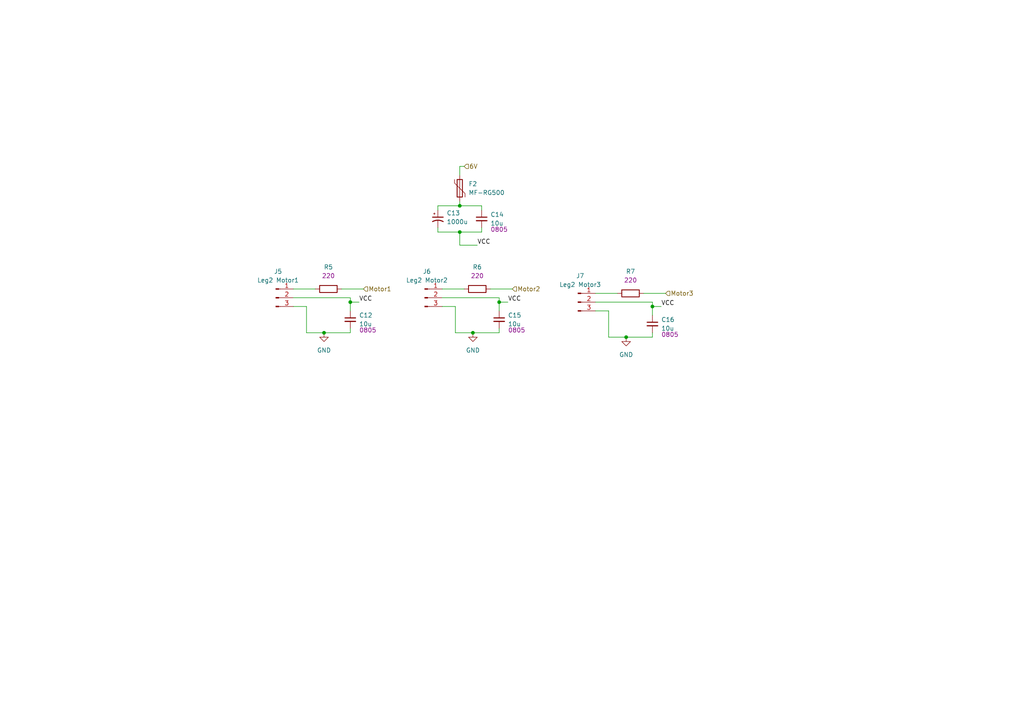
<source format=kicad_sch>
(kicad_sch (version 20250114) (generator "eeschema") (generator_version "9.0")
  (paper "A4")
  (lib_symbols
    (symbol "Connector:Conn_01x03_Pin" (pin_names (offset 1.016) (hide yes))
      (property "Reference" "J" (at 0 5.08 0))
      (property "Value" "Conn_01x03_Pin" (at 0 -5.08 0))
      (symbol "Conn_01x03_Pin_1_1"
        (rectangle (start 0.8636 2.667) (end 0 2.413) (stroke (width 0.1524)) (fill (type outline)))
        (rectangle (start 0.8636 0.127) (end 0 -0.127) (stroke (width 0.1524)) (fill (type outline)))
        (rectangle (start 0.8636 -2.413) (end 0 -2.667) (stroke (width 0.1524)) (fill (type outline)))
        (polyline (pts (xy 1.27 2.54) (xy 0.8636 2.54)) (stroke (width 0.1524)))
        (polyline (pts (xy 1.27 0) (xy 0.8636 0)) (stroke (width 0.1524)))
        (polyline (pts (xy 1.27 -2.54) (xy 0.8636 -2.54)) (stroke (width 0.1524)))
        (pin passive line (at 5.08 2.54 180) (length 3.81) (name "Pin_1") (number "1"))
        (pin passive line (at 5.08 0 180) (length 3.81) (name "Pin_2") (number "2"))
        (pin passive line (at 5.08 -2.54 180) (length 3.81) (name "Pin_3") (number "3"))
      )
    )
    (symbol "Device:C_Polarized_Small_US" (pin_numbers (hide yes)) (pin_names (offset 0.254) (hide yes))
      (property "Reference" "C" (at 0.254 1.778 0))
      (property "Value" "C_Polarized_Small_US" (at 0.254 -2.032 0))
      (symbol "C_Polarized_Small_US_0_1"
        (polyline (pts (xy -1.524 0.508) (xy 1.524 0.508)) (stroke (width 0.3048)))
        (polyline (pts (xy -1.27 1.524) (xy -0.762 1.524)))
        (polyline (pts (xy -1.016 1.27) (xy -1.016 1.778)))
        (arc (start -1.524 -0.762) (mid 0 -0.3734) (end 1.524 -0.762) (stroke (width 0.3048)))
      )
      (symbol "C_Polarized_Small_US_1_1"
        (pin passive line (at 0 2.54 270) (length 2.032) (name "~") (number "1"))
        (pin passive line (at 0 -2.54 90) (length 2.032) (name "~") (number "2"))
      )
    )
    (symbol "Device:C_Small" (pin_numbers (hide yes)) (pin_names (offset 0.254) (hide yes))
      (property "Reference" "C" (at 0.254 1.778 0))
      (property "Value" "C_Small" (at 0.254 -2.032 0))
      (symbol "C_Small_0_1"
        (polyline (pts (xy -1.524 0.508) (xy 1.524 0.508)) (stroke (width 0.3048)))
        (polyline (pts (xy -1.524 -0.508) (xy 1.524 -0.508)) (stroke (width 0.3302)))
      )
      (symbol "C_Small_1_1"
        (pin passive line (at 0 2.54 270) (length 2.032) (name "~") (number "1"))
        (pin passive line (at 0 -2.54 90) (length 2.032) (name "~") (number "2"))
      )
    )
    (symbol "Device:Polyfuse" (pin_numbers (hide yes)) (pin_names (offset 0))
      (property "Reference" "F" (at -2.54 0 90))
      (property "Value" "Polyfuse" (at 2.54 0 90))
      (symbol "Polyfuse_0_1"
        (polyline (pts (xy -1.524 2.54) (xy -1.524 1.524) (xy 1.524 -1.524) (xy 1.524 -2.54)))
        (rectangle (start -0.762 2.54) (end 0.762 -2.54) (stroke (width 0.254)))
        (polyline (pts (xy 0 2.54) (xy 0 -2.54)))
      )
      (symbol "Polyfuse_1_1"
        (pin passive line (at 0 3.81 270) (length 1.27) (name "~") (number "1"))
        (pin passive line (at 0 -3.81 90) (length 1.27) (name "~") (number "2"))
      )
    )
    (symbol "PCM_4ms_Resistor:150K_0603" (pin_numbers (hide yes)) (pin_names (offset 0))
      (property "Reference" "R" (at 2.032 0 90))
      (property "Display" "150K" (at 3.81 0 90))
      (symbol "150K_0603_0_1"
        (rectangle (start -1.016 -2.54) (end 1.016 2.54) (stroke (width 0.254)))
      )
      (symbol "150K_0603_1_1"
        (pin passive line (at 0 3.81 270) (length 1.27) (name "~") (number "1"))
        (pin passive line (at 0 -3.81 90) (length 1.27) (name "~") (number "2"))
      )
    )
    (symbol "power:GND" (power) (pin_numbers (hide yes)) (pin_names (offset 0) (hide yes))
      (property "Value" "GND" (at 0 -3.81 0))
      (symbol "GND_0_1"
        (polyline (pts (xy 0 0) (xy 0 -1.27) (xy 1.27 -1.27) (xy 0 -2.54) (xy -1.27 -1.27) (xy 0 -1.27)))
      )
      (symbol "GND_1_1"
        (pin power_in line (at 0 0 270) (length 0) (name "~") (number "1"))
      )
    )
  )
  (junction (at 144.78 87.63))
  (junction (at 189.23 88.9))
  (junction (at 93.98 96.52))
  (junction (at 133.35 67.31))
  (junction (at 137.16 96.52))
  (junction (at 133.35 59.69))
  (junction (at 101.6 87.63))
  (junction (at 181.61 97.79))
  (wire (pts (xy 133.35 59.69) (xy 139.7 59.69)))
  (wire (pts (xy 101.6 87.63) (xy 101.6 90.17)))
  (wire (pts (xy 85.09 83.82) (xy 91.44 83.82)))
  (wire (pts (xy 181.61 97.79) (xy 189.23 97.79)))
  (wire (pts (xy 101.6 86.36) (xy 101.6 87.63)))
  (wire (pts (xy 176.53 90.17) (xy 172.72 90.17)))
  (wire (pts (xy 176.53 97.79) (xy 176.53 90.17)))
  (wire (pts (xy 101.6 86.36) (xy 85.09 86.36)))
  (wire (pts (xy 133.35 67.31) (xy 133.35 71.12)))
  (wire (pts (xy 189.23 96.52) (xy 189.23 97.79)))
  (wire (pts (xy 133.35 58.42) (xy 133.35 59.69)))
  (wire (pts (xy 133.35 48.26) (xy 133.35 50.8)))
  (wire (pts (xy 189.23 88.9) (xy 189.23 91.44)))
  (wire (pts (xy 127 66.04) (xy 127 67.31)))
  (wire (pts (xy 139.7 59.69) (xy 139.7 60.96)))
  (wire (pts (xy 88.9 88.9) (xy 85.09 88.9)))
  (wire (pts (xy 132.08 96.52) (xy 132.08 88.9)))
  (wire (pts (xy 176.53 97.79) (xy 181.61 97.79)))
  (wire (pts (xy 142.24 83.82) (xy 148.59 83.82)))
  (wire (pts (xy 172.72 85.09) (xy 179.07 85.09)))
  (wire (pts (xy 127 59.69) (xy 127 60.96)))
  (wire (pts (xy 127 67.31) (xy 133.35 67.31)))
  (wire (pts (xy 93.98 96.52) (xy 101.6 96.52)))
  (wire (pts (xy 99.06 83.82) (xy 105.41 83.82)))
  (wire (pts (xy 88.9 96.52) (xy 88.9 88.9)))
  (wire (pts (xy 101.6 87.63) (xy 104.14 87.63)))
  (wire (pts (xy 137.16 96.52) (xy 144.78 96.52)))
  (wire (pts (xy 101.6 95.25) (xy 101.6 96.52)))
  (wire (pts (xy 88.9 96.52) (xy 93.98 96.52)))
  (wire (pts (xy 134.62 48.26) (xy 133.35 48.26)))
  (wire (pts (xy 144.78 95.25) (xy 144.78 96.52)))
  (wire (pts (xy 186.69 85.09) (xy 193.04 85.09)))
  (wire (pts (xy 133.35 71.12) (xy 138.43 71.12)))
  (wire (pts (xy 128.27 83.82) (xy 134.62 83.82)))
  (wire (pts (xy 189.23 88.9) (xy 191.77 88.9)))
  (wire (pts (xy 132.08 88.9) (xy 128.27 88.9)))
  (wire (pts (xy 127 59.69) (xy 133.35 59.69)))
  (wire (pts (xy 132.08 96.52) (xy 137.16 96.52)))
  (wire (pts (xy 133.35 67.31) (xy 139.7 67.31)))
  (wire (pts (xy 144.78 87.63) (xy 144.78 90.17)))
  (wire (pts (xy 189.23 87.63) (xy 172.72 87.63)))
  (wire (pts (xy 144.78 86.36) (xy 144.78 87.63)))
  (wire (pts (xy 144.78 86.36) (xy 128.27 86.36)))
  (wire (pts (xy 189.23 87.63) (xy 189.23 88.9)))
  (wire (pts (xy 139.7 67.31) (xy 139.7 66.04)))
  (wire (pts (xy 144.78 87.63) (xy 147.32 87.63)))
  (label "VCC" (at 104.14 87.63 0))
  (label "VCC" (at 191.77 88.9 0))
  (label "VCC" (at 147.32 87.63 0))
  (label "VCC" (at 138.43 71.12 0))
  (hierarchical_label "Motor2" (shape input) (at 148.59 83.82 0))
  (hierarchical_label "Motor3" (shape input) (at 193.04 85.09 0))
  (hierarchical_label "6V" (shape input) (at 134.62 48.26 0))
  (hierarchical_label "Motor1" (shape input) (at 105.41 83.82 0))
  (symbol (lib_id "PCM_4ms_Resistor:150K_0603") (at 138.43 83.82 90) (unit 1)
    (property "Reference" "R6" (at 138.43 77.47 90))
    (property "Value" "150K_0603" (effects (hide yes)))
    (property "Footprint" "PCM_4ms_Resistor:R_0805_2012Metric" (effects (hide yes)))
    (property "Description" "150K, 1%, 1/10W, 0603" (effects (hide yes)))
    (property "Specifications" "150K, 1%, 1/10W, 0603" (effects (hide yes)))
    (property "Manufacturer" "Yageo" (effects (hide yes)))
    (property "Part Number" "RC0603FR-07150KL" (effects (hide yes)))
    (property "Display" "220" (at 138.43 80.01 90))
    (property "JLCPCB ID" "C22807" (effects (hide yes)))
  )
  (symbol (lib_id "Connector:Conn_01x03_Pin") (at 123.19 86.36 0) (unit 1)
    (property "Reference" "J6" (at 123.825 78.74 0))
    (property "Value" "Leg2 Motor2" (at 123.825 81.28 0))
    (property "Footprint" "Connector_PinHeader_2.54mm:PinHeader_1x03_P2.54mm_Vertical" (effects (hide yes)))
    (property "Description" "Generic connector, single row, 01x03, script generated" (effects (hide yes)))
  )
  (symbol (lib_id "Device:C_Polarized_Small_US") (at 127 63.5 0) (unit 1)
    (property "Reference" "C13" (at 129.54 61.7981 0) (effects (justify left)))
    (property "Value" "1000u" (at 129.54 64.3381 0) (effects (justify left)))
    (property "Footprint" "Capacitor_SMD:CP_Elec_10x10" (effects (hide yes)))
    (property "Description" "Polarized capacitor, small US symbol" (effects (hide yes)))
  )
  (symbol (lib_id "Connector:Conn_01x03_Pin") (at 167.64 87.63 0) (unit 1)
    (property "Reference" "J7" (at 168.275 80.01 0))
    (property "Value" "Leg2 Motor3" (at 168.275 82.55 0))
    (property "Footprint" "Connector_PinHeader_2.54mm:PinHeader_1x03_P2.54mm_Vertical" (effects (hide yes)))
    (property "Description" "Generic connector, single row, 01x03, script generated" (effects (hide yes)))
  )
  (symbol (lib_id "power:GND") (at 137.16 96.52 0) (unit 1)
    (property "Reference" "#PWR034" (effects (hide yes)))
    (property "Value" "GND" (at 137.16 101.6 0))
    (property "Description" "Power symbol creates a global label with name \"GND\" , ground" (effects (hide yes)))
  )
  (symbol (lib_id "Device:C_Small") (at 101.6 92.71 0) (unit 1)
    (property "Reference" "C12" (at 104.14 91.4462 0) (effects (justify left)))
    (property "Value" "10u" (at 104.14 93.9862 0) (effects (justify left)))
    (property "Footprint" "Capacitor_SMD:C_0805_2012Metric_Pad1.18x1.45mm_HandSolder" (effects (hide yes)))
    (property "Description" "0805" (at 106.68 95.758 0))
  )
  (symbol (lib_id "Device:C_Small") (at 139.7 63.5 0) (unit 1)
    (property "Reference" "C14" (at 142.24 62.2362 0) (effects (justify left)))
    (property "Value" "10u" (at 142.24 64.7762 0) (effects (justify left)))
    (property "Footprint" "Capacitor_SMD:C_0805_2012Metric_Pad1.18x1.45mm_HandSolder" (effects (hide yes)))
    (property "Description" "0805" (at 144.78 66.548 0))
  )
  (symbol (lib_id "power:GND") (at 181.61 97.79 0) (unit 1)
    (property "Reference" "#PWR035" (effects (hide yes)))
    (property "Value" "GND" (at 181.61 102.87 0))
    (property "Description" "Power symbol creates a global label with name \"GND\" , ground" (effects (hide yes)))
  )
  (symbol (lib_id "Connector:Conn_01x03_Pin") (at 80.01 86.36 0) (unit 1)
    (property "Reference" "J5" (at 80.645 78.74 0))
    (property "Value" "Leg2 Motor1" (at 80.645 81.28 0))
    (property "Footprint" "Connector_PinHeader_2.54mm:PinHeader_1x03_P2.54mm_Vertical" (effects (hide yes)))
    (property "Description" "Generic connector, single row, 01x03, script generated" (effects (hide yes)))
  )
  (symbol (lib_id "Device:C_Small") (at 189.23 93.98 0) (unit 1)
    (property "Reference" "C16" (at 191.77 92.7162 0) (effects (justify left)))
    (property "Value" "10u" (at 191.77 95.2562 0) (effects (justify left)))
    (property "Footprint" "Capacitor_SMD:C_0805_2012Metric_Pad1.18x1.45mm_HandSolder" (effects (hide yes)))
    (property "Description" "0805" (at 194.31 97.028 0))
  )
  (symbol (lib_id "Device:Polyfuse") (at 133.35 54.61 0) (unit 1)
    (property "Reference" "F2" (at 135.89 53.3399 0) (effects (justify left)))
    (property "Value" "MF-RG500" (at 135.89 55.8799 0) (effects (justify left)))
    (property "Footprint" "Fuse:Fuse_Bourns_MF-RG500" (effects (hide yes)))
    (property "Description" "Resettable fuse, polymeric positive temperature coefficient" (effects (hide yes)))
  )
  (symbol (lib_id "PCM_4ms_Resistor:150K_0603") (at 95.25 83.82 90) (unit 1)
    (property "Reference" "R5" (at 95.25 77.47 90))
    (property "Value" "150K_0603" (effects (hide yes)))
    (property "Footprint" "PCM_4ms_Resistor:R_0805_2012Metric" (effects (hide yes)))
    (property "Description" "150K, 1%, 1/10W, 0603" (effects (hide yes)))
    (property "Specifications" "150K, 1%, 1/10W, 0603" (effects (hide yes)))
    (property "Manufacturer" "Yageo" (effects (hide yes)))
    (property "Part Number" "RC0603FR-07150KL" (effects (hide yes)))
    (property "Display" "220" (at 95.25 80.01 90))
    (property "JLCPCB ID" "C22807" (effects (hide yes)))
  )
  (symbol (lib_id "Device:C_Small") (at 144.78 92.71 0) (unit 1)
    (property "Reference" "C15" (at 147.32 91.4462 0) (effects (justify left)))
    (property "Value" "10u" (at 147.32 93.9862 0) (effects (justify left)))
    (property "Footprint" "Capacitor_SMD:C_0805_2012Metric_Pad1.18x1.45mm_HandSolder" (effects (hide yes)))
    (property "Description" "0805" (at 149.86 95.758 0))
  )
  (symbol (lib_id "PCM_4ms_Resistor:150K_0603") (at 182.88 85.09 90) (unit 1)
    (property "Reference" "R7" (at 182.88 78.74 90))
    (property "Value" "150K_0603" (effects (hide yes)))
    (property "Footprint" "PCM_4ms_Resistor:R_0805_2012Metric" (effects (hide yes)))
    (property "Description" "150K, 1%, 1/10W, 0603" (effects (hide yes)))
    (property "Specifications" "150K, 1%, 1/10W, 0603" (effects (hide yes)))
    (property "Manufacturer" "Yageo" (effects (hide yes)))
    (property "Part Number" "RC0603FR-07150KL" (effects (hide yes)))
    (property "Display" "220" (at 182.88 81.28 90))
    (property "JLCPCB ID" "C22807" (effects (hide yes)))
  )
  (symbol (lib_id "power:GND") (at 93.98 96.52 0) (unit 1)
    (property "Reference" "#PWR033" (effects (hide yes)))
    (property "Value" "GND" (at 93.98 101.6 0))
    (property "Description" "Power symbol creates a global label with name \"GND\" , ground" (effects (hide yes)))
  )
)
</source>
